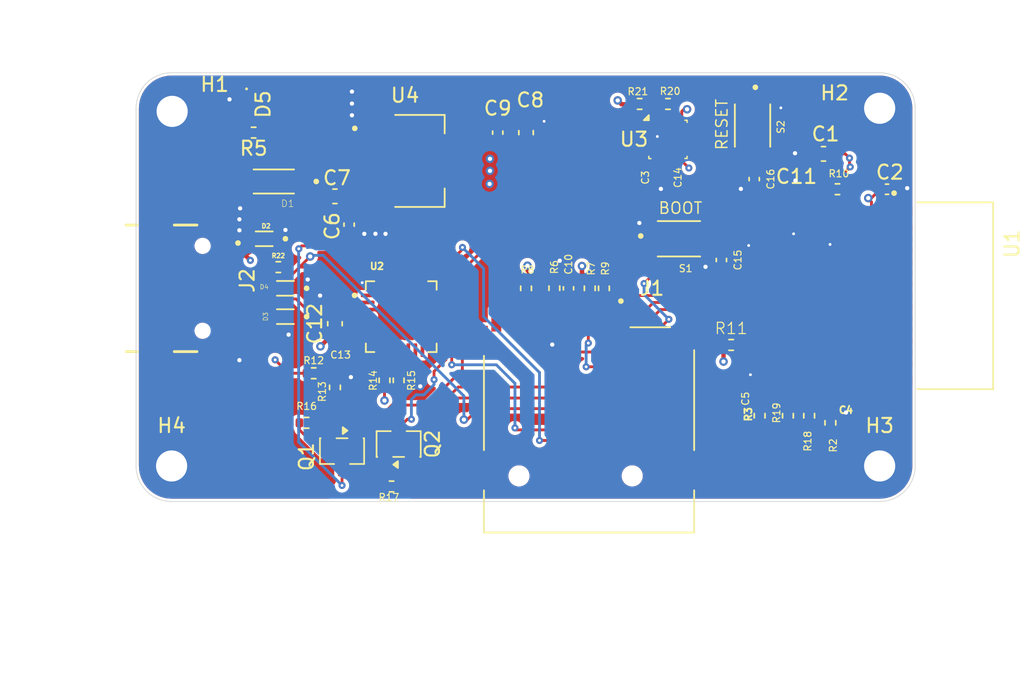
<source format=kicad_pcb>
(kicad_pcb (version 20241229) (generator "pcbnew") (generator_version "9.0")
  (title_block (title "${project_name}") (date "2025-11-27") (company "${company_name}"))
  (layers (0 "F.Cu" signal) (4 "In1.Cu" power "GND.Cu") (6 "In2.Cu" power "PWR.Cu") (2 "B.Cu" signal) (13 "F.Paste" user) (15 "B.Paste" user) (5 "F.SilkS" user "F.Silkscreen") (7 "B.SilkS" user "B.Silkscreen") (1 "F.Mask" user) (3 "B.Mask" user) (25 "Edge.Cuts" user))
  (property "company_name" "Lütismart Systems")
  (property "project_name" "MCU Datalogger")
  (property "revision" "1.0.1")
  (net 0 "")
  (net 1 "GND")
  (net 2 "VCC_3V3")
  (net 3 "GPIO19")
  (net 4 "VCC_5V")
  (net 5 "/CHIP_PU")
  (net 6 "/power_connections/VBUS_REF")
  (net 7 "Net-(D5-A)")
  (net 8 "COVER_GND")
  (net 12 "COVER_GND_1")
  (net 13 "/SPI_SCK")
  (net 14 "COVER_GND_2")
  (net 15 "/SPI_CSO_SD")
  (net 16 "/SPI_MOSI")
  (net 17 "/SPI_MISO")
  (net 18 "COVER_GND_3")
  (net 19 "VBUS")
  (net 20 "USB_DN")
  (net 21 "USB_DP")
  (net 22 "Net-(Q1-B)")
  (net 23 "RTS")
  (net 24 "/GPIO09")
  (net 25 "DTR")
  (net 26 "Net-(Q2-B)")
  (net 27 "/GPIO08")
  (net 28 "Net-(U2-~{RST})")
  (net 29 "Net-(U2-~{SUSPEND})")
  (net 30 "/SDA")
  (net 31 "Net-(U3-CSB)")
  (net 38 "U0RXD")
  (net 42 "U0TXD")
  (net 63 "GPIO18")
  (net 64 "Net-(J2-CC1)")
  (footprint "Resistor_SMD:R_0402_1005Metric" (layer "F.Cu") (at 207 101.99 -90)
    (property "Reference" "R6")
    (property "Value" "10k")
  )
  (footprint "Capacitor_SMD:C_0402_1005Metric" (layer "F.Cu") (at 218.8 100 -90)
    (property "Reference" "C15")
    (property "Value" "0.1uF")
  )
  (footprint "Capacitor_SMD:C_0201_0603Metric" (layer "F.Cu") (at 192 107.5)
    (property "Reference" "C13")
    (property "Value" "1u")
  )
  (footprint "Resistor_SMD:R_0402_1005Metric" (layer "F.Cu") (at 195.5 116)
    (property "Reference" "R17")
    (property "Value" "10k")
  )
  (footprint "MountingHole:MountingHole_2.2mm_M2_DIN965_Pad" (layer "F.Cu") (at 179.96 114.55)
    (property "Reference" "H4")
    (property "Value" "MountingHole_Pad")
  )
  (footprint "Resistor_SMD:R_0402_1005Metric" (layer "F.Cu") (at 195 108.5 -90)
    (property "Reference" "R14")
    (property "Value" "1k")
  )
  (footprint "Capacitor_SMD:C_0603_1608Metric" (layer "F.Cu") (at 191.5 95.5 180)
    (property "Reference" "C7")
    (property "Value" "10uF")
  )
  (footprint "Resistor_SMD:R_0402_1005Metric" (layer "F.Cu") (at 213.025 88.975)
    (property "Reference" "R21")
    (property "Value" "4k7")
  )
  (footprint "MountingHole:MountingHole_2.2mm_M2_DIN965_Pad" (layer "F.Cu") (at 180 89.5)
    (property "Reference" "H1")
    (property "Value" "MountingHole_Pad")
  )
  (footprint "Capacitor_SMD:C_0402_1005Metric" (layer "F.Cu") (at 221.12 94.285 -90)
    (property "Reference" "C16")
    (property "Value" "0.1uF")
  )
  (footprint "Resistor_SMD:R_0402_1005Metric" (layer "F.Cu") (at 215.025 88.975 180)
    (property "Reference" "R20")
    (property "Value" "4k7")
  )
  (footprint "Capacitor_SMD:C_0603_1608Metric" (layer "F.Cu") (at 205 91 90)
    (property "Reference" "C8")
    (property "Value" "10uF")
  )
  (footprint "MountingHole:MountingHole_2.2mm_M2_DIN965_Pad" (layer "F.Cu") (at 229.98 114.55)
    (property "Reference" "H3")
    (property "Value" "MountingHole_Pad")
  )
  (footprint "Resistor_SMD:R_0402_1005Metric" (layer "F.Cu") (at 190 108 180)
    (property "Reference" "R12")
    (property "Value" "22k1")
  )
  (footprint "Capacitor_SMD:C_0201_0603Metric" (layer "F.Cu") (at 225 95 180)
    (property "Reference" "C11")
    (property "Value" "1uF")
  )
  (footprint "Resistor_SMD:R_0402_1005Metric" (layer "F.Cu") (at 209.5 102 -90)
    (property "Reference" "R7")
    (property "Value" "10k")
  )
  (footprint "Resistor_SMD:R_0402_1005Metric" (layer "F.Cu") (at 187.5 100.5)
    (property "Reference" "R22")
    (property "Value" "5k1")
  )
  (footprint "Resistor_SMD:R_0402_1005Metric" (layer "F.Cu") (at 191.5 109 -90)
    (property "Reference" "R13")
    (property "Value" "47k5")
  )
  (footprint "Package_TO_SOT_SMD:SOT-23-3" (layer "F.Cu") (at 192 113.5 -90)
    (property "Reference" "Q1")
    (property "Value" "NPN")
  )
  (footprint "Capacitor_SMD:C_01005_0402Metric" (layer "F.Cu") (at 215.025 93.975 -90)
    (property "Reference" "C14")
    (property "Value" "100nF")
  )
  (footprint "B3U-1000P:SW_B3U-1000P" (layer "F.Cu") (at 215.8 98.5)
    (property "Reference" "S1")
    (property "Value" "B3U-1000P")
  )
  (footprint "Resistor_SMD:R_0402_1005Metric" (layer "F.Cu") (at 219.49 106)
    (property "Reference" "R11")
    (property "Value" "10k")
  )
  (footprint "LESD5D5.0CT1G:TVS_LESD5D5.0CT1G" (layer "F.Cu") (at 186.5 98.5 180)
    (property "Reference" "D2")
    (property "Value" "LESD5D5.0CT1G")
  )
  (footprint "TLV76133DCYR:VREG_TLV76133DCYR" (layer "F.Cu") (at 197.5 93)
    (property "Reference" "U4")
    (property "Value" "TLV76133DCYR")
  )
  (footprint "Capacitor_SMD:C_0402_1005Metric" (layer "F.Cu") (at 230.5 95)
    (property "Reference" "C2")
    (property "Value" "0.1uF")
  )
  (footprint "Capacitor_SMD:C_0402_1005Metric" (layer "F.Cu") (at 192.5 97.5 -90)
    (property "Reference" "C6")
    (property "Value" "0.1uF")
  )
  (footprint "B3U-1000P:SW_B3U-1000P" (layer "F.Cu") (at 221 90.5 -90)
    (property "Reference" "S2")
    (property "Value" "B3U-1000P")
  )
  (footprint "Capacitor_SMD:C_0402_1005Metric" (layer "F.Cu") (at 203 91 90)
    (property "Reference" "C9")
    (property "Value" "0.1uF")
  )
  (footprint "Capacitor_SMD:C_01005_0402Metric" (layer "F.Cu") (at 226.5 110)
    (property "Reference" "C4")
    (property "Value" "22pF")
  )
  (footprint "Resistor_SMD:R_0402_1005Metric" (layer "F.Cu") (at 227 95 180)
    (property "Reference" "R10")
    (property "Value" "10k")
  )
  (footprint "Capacitor_SMD:C_01005_0402Metric" (layer "F.Cu") (at 214.025 93.975 -90)
    (property "Reference" "C3")
    (property "Value" "100nF")
  )
  (footprint "Capacitor_SMD:C_01005_0402Metric" (layer "F.Cu") (at 220.5 109 180)
    (property "Reference" "C5")
    (property "Value" "22pF")
  )
  (footprint "Resistor_SMD:R_0402_1005Metric" (layer "F.Cu") (at 221.5 111 90)
    (property "Reference" "R3")
    (property "Value" "0")
  )
  (footprint "Resistor_SMD:R_0402_1005Metric" (layer "F.Cu") (at 185.755 91 180)
    (property "Reference" "R5")
    (property "Value" "5.1k")
  )
  (footprint "CP2102-GM:QFN50P500X500X100-29N" (layer "F.Cu") (at 196.1825 104)
    (property "Reference" "U2")
    (property "Value" "CP2102-GM")
  )
  (footprint "Resistor_SMD:R_0402_1005Metric" (layer "F.Cu") (at 189.5 111.5)
    (property "Reference" "R16")
    (property "Value" "10k")
  )
  (footprint "LESD5D5.0CT1G:TVS_LESD5D5.0CT1G" (layer "F.Cu") (at 188 104 180)
    (property "Reference" "D3")
    (property "Value" "LESD5D5.0CT1G")
  )
  (footprint "Resistor_SMD:R_0402_1005Metric" (layer "F.Cu") (at 223.5 111 -90)
    (property "Reference" "R19")
    (property "Value" "0")
  )
  (footprint "Capacitor_SMD:C_0603_1608Metric" (layer "F.Cu") (at 191.5 104.5 90)
    (property "Reference" "C12")
    (property "Value" "10u")
  )
  (footprint "Resistor_SMD:R_0402_1005Metric" (layer "F.Cu") (at 205 102 -90)
    (property "Reference" "R8")
    (property "Value" "10k")
  )
  (footprint "1N5819HW-7-F:SOD3715X145N" (layer "F.Cu") (at 187.18 94.4525 180)
    (property "Reference" "D1")
    (property "Value" "1N5819HW-7-F")
  )
  (footprint "Package_LGA:Bosch_LGA-8_2.5x2.5mm_P0.65mm_ClockwisePinNumbering" (layer "F.Cu") (at 215.025 91.475)
    (property "Reference" "U3")
    (property "Value" "BME280")
  )
  (footprint "ESP32-C3-MINI-1-N4:XCVR_ESP32-C3-MINI-1-N4" (layer "F.Cu") (at 229.7 102.525 -90)
    (property "Reference" "U1")
    (property "Value" "ESP32-C3-MINI-1-N4")
  )
  (footprint "MountingHole:MountingHole_2.2mm_M2_DIN965_Pad" (layer "F.Cu") (at 229.98 89.28)
    (property "Reference" "H2")
    (property "Value" "MountingHole_Pad")
  )
  (footprint "Resistor_SMD:R_0402_1005Metric" (layer "F.Cu") (at 210.5 102 -90)
    (property "Reference" "R9")
    (property "Value" "10k")
  )
  (footprint "USB4216-03-A_REVA:GCT_USB4216-03-A_REVA" (layer "F.Cu") (at 180 102 -90)
    (property "Reference" "J2")
    (property "Value" "USB4216-03-A_REVA")
  )
  (footprint "Resistor_SMD:R_0402_1005Metric" (layer "F.Cu") (at 196 108.5 -90)
    (property "Reference" "R15")
    (property "Value" "10k")
  )
  (footprint "LED_SMD:LED_0402_1005Metric" (layer "F.Cu") (at 185.255 89 -90)
    (property "Reference" "D5")
    (property "Value" "LED")
  )
  (footprint "MSD-1-A:CUI_MSD-1-A" (layer "F.Cu") (at 209.45 112)
    (property "Reference" "J1")
    (property "Value" "MSD-1-A")
  )
  (footprint "Resistor_SMD:R_0402_1005Metric" (layer "F.Cu") (at 226.5 111.5 90)
    (property "Reference" "R2")
    (property "Value" "0")
  )
  (footprint "Resistor_SMD:R_0402_1005Metric" (layer "F.Cu") (at 225 111 -90)
    (property "Reference" "R18")
    (property "Value" "0")
  )
  (footprint "Package_TO_SOT_SMD:SOT-23-3" (layer "F.Cu") (at 196 113 90)
    (property "Reference" "Q2")
    (property "Value" "NPN")
  )
  (footprint "Capacitor_SMD:C_0603_1608Metric" (layer "F.Cu") (at 226.0148 92.5 180)
    (property "Reference" "C1")
    (property "Value" "10uF")
  )
  (footprint "LESD5D5.0CT1G:TVS_LESD5D5.0CT1G" (layer "F.Cu") (at 188 102 180)
    (property "Reference" "D4")
    (property "Value" "LESD5D5.0CT1G")
  )
  (footprint "Capacitor_SMD:C_0402_1005Metric" (layer "F.Cu") (at 208 102 90)
    (property "Reference" "C10")
    (property "Value" "100n")
  )
  (gr_arc (start 232.49 114.55) (mid 231.754838 116.324838) (end 229.98 117.06) (stroke (width 0.05)) (layer "Edge.Cuts"))
  (gr_line (start 229.98 117.06) (end 179.96 117.06) (stroke (width 0.05)) (layer "Edge.Cuts"))
  (gr_line (start 232.49 114.55) (end 232.49 89.28) (stroke (width 0.05)) (layer "Edge.Cuts"))
  (gr_line (start 229.98 86.77) (end 179.96 86.77) (stroke (width 0.05)) (layer "Edge.Cuts"))
  (gr_arc (start 229.98 86.77) (mid 231.754838 87.505162) (end 232.49 89.28) (stroke (width 0.05)) (layer "Edge.Cuts"))
  (gr_arc (start 179.96 117.06) (mid 178.185162 116.324838) (end 177.45 114.55) (stroke (width 0.05)) (layer "Edge.Cuts"))
  (gr_line (start 177.45 114.55) (end 177.45 89.28) (stroke (width 0.05)) (layer "Edge.Cuts"))
  (gr_arc (start 177.45 89.28) (mid 178.185162 87.505162) (end 179.96 86.77) (stroke (width 0.05)) (layer "Edge.Cuts"))
  (gr_text "RESET" (at 219.3 92.3 90) (layer "F.SilkS") (effects (font (size 0.8 0.8) (thickness 0.1)) (justify left bottom)))
  (gr_text "BOOT" (at 214.3 96.8 0) (layer "F.SilkS") (effects (font (size 0.8 0.8) (thickness 0.1)) (justify left bottom)))
  (segment (start 225.025 100.55) (end 225.025 102.525) (width 0.2) (layer "F.Cu") (net 1))
  (segment (start 203 90.52) (end 204.705 90.52) (width 0.3048) (layer "F.Cu") (net 1))
  (segment (start 192.625 108.275) (end 192.625 107.805) (width 0.2032) (layer "F.Cu") (net 1))
  (segment (start 231.9 104.925) (end 229.4 104.925) (width 0.2032) (layer "F.Cu") (net 1))
  (segment (start 231.9 102.525) (end 228.975 102.525) (width 0.2032) (layer "F.Cu") (net 1))
  (segment (start 187.785 97.875) (end 187.16 98.5) (width 0.2032) (layer "F.Cu") (net 1))
  (segment (start 178.85 107.095) (end 182.775 107.095) (width 0.3048) (layer "F.Cu") (net 1))
  (segment (start 192.625 108.875) (end 192.625 108.275) (width 0.2032) (layer "F.Cu") (net 1))
  (segment (start 231.9 100.925) (end 231.9 100.125) (width 0.2032) (layer "F.Cu") (net 1))
  (segment (start 231.055 94.925) (end 230.98 95) (width 0.2) (layer "F.Cu") (net 1))
  (segment (start 206.2 105.325) (end 206.2 104.25) (width 0.3048) (layer "F.Cu") (net 1))
  (segment (start 224.6416 95) (end 224.028 94.3864) (width 0.2) (layer "F.Cu") (net 1))
  (segment (start 188.66 102) (end 188.95 102) (width 0.2) (layer "F.Cu") (net 1))
  (segment (start 231.9 105.725) (end 230.2 105.725) (width 0.2032) (layer "F.Cu") (net 1))
  (segment (start 226.7526 110.0026) (end 226.7526 110) (width 0.2032) (layer "F.Cu") (net 1))
  (segment (start 227 102.525) (end 228.975 102.525) (width 0.2) (layer "F.Cu") (net 1))
  (segment (start 192.5 102.691902) (end 192.5 102) (width 0.2) (layer "F.Cu") (net 1))
  (segment (start 191.5 109.51) (end 191.99 109.51) (width 0.2032) (layer "F.Cu") (net 1))
  (segment (start 213.6336 97.3836) (end 214.1 97.85) (width 0.2) (layer "F.Cu") (net 1))
  (segment (start 231.9 99.325) (end 230.2 99.325) (width 0.2032) (layer "F.Cu") (net 1))
  (segment (start 231 106.525) (end 228.975 104.5) (width 0.2032) (layer "F.Cu") (net 1))
  (segment (start 225.025 100.55) (end 227 100.55) (width 0.2) (layer "F.Cu") (net 1))
  (segment (start 223.25 95.5) (end 223 95.75) (width 0.2) (layer "F.Cu") (net 1))
  (segment (start 214.1 97.85) (end 214.1 98.5) (width 0.2) (layer "F.Cu") (net 1))
  (segment (start 231.8 97.725) (end 230.2 99.325) (width 0.2032) (layer "F.Cu") (net 1))
  (segment (start 188.225 105.275) (end 188.225 104.435) (width 0.3048) (layer "F.Cu") (net 1))
  (segment (start 231.8 107.325) (end 231 106.525) (width 0.2032) (layer "F.Cu") (net 1))
  (segment (start 184.53 96.905) (end 184.75 97.125) (width 0.3048) (layer "F.Cu") (net 1))
  (segment (start 182.775 96.905) (end 184.53 96.905) (width 0.3048) (layer "F.Cu") (net 1))
  (segment (start 229.4 104.925) (end 228.975 104.5) (width 0.2032) (layer "F.Cu") (net 1))
  (segment (start 193.8125 103.5) (end 193.308098 103.5) (width 0.2) (layer "F.Cu") (net 1))
  (segment (start 220.85 108.166176) (end 220.25 108.766176) (width 0.2) (layer "F.Cu") (net 1))
  (segment (start 192.5 102) (end 192.9 101.6) (width 0.2) (layer "F.Cu") (net 1))
  (segment (start 231.95 96.575) (end 231.95 97.675) (width 0.2032) (layer "F.Cu") (net 1))
  (segment (start 231 98.525) (end 228.975 100.55) (width 0.2032) (layer "F.Cu") (net 1))
  (segment (start 228.975 100.55) (end 227 100.55) (width 0.2) (layer "F.Cu") (net 1))
  (segment (start 182.795 107.075) (end 182.775 107.095) (width 0.2032) (layer "F.Cu") (net 1))
  (segment (start 217.678 100.48) (end 218.8 100.48) (width 0.2) (layer "F.Cu") (net 1))
  (segment (start 220.85 108.1024) (end 221.6774 108.1024) (width 0.2) (layer "F.Cu") (net 1))
  (segment (start 214.275 91.275) (end 214.7 91.7) (width 0.2) (layer "F.Cu") (net 1))
  (segment (start 206.275 90.2) (end 205.025 90.2) (width 0.3048) (layer "F.Cu") (net 1))
  (segment (start 193.308098 103.5) (end 192.5 102.691902) (width 0.2) (layer "F.Cu") (net 1))
  (segment (start 226.475 98.9) (end 226.475 100.025) (width 0.2) (layer "F.Cu") (net 1))
  (segment (start 225.025 104.5) (end 225.025 102.525) (width 0.2) (layer "F.Cu") (net 1))
  (segment (start 208 100.675) (end 208 101.52) (width 0.3048) (layer "F.Cu") (net 1))
  (segment (start 228.975 100.55) (end 228.975 102.525) (width 0.2) (layer "F.Cu") (net 1))
  (segment (start 231.9 106.525) (end 231 106.525) (width 0.2032) (layer "F.Cu") (net 1))
  (segment (start 193.8125 103.5) (end 195.6825 103.5) (width 0.2) (layer "F.Cu") (net 1))
  (segment (start 223 96.625) (end 223 97.25) (width 0.2) (layer "F.Cu") (net 1))
  (segment (start 194.6 90) (end 192.7 88.1) (width 0.3048) (layer "F.Cu") (net 1))
  (segment (start 229.4 100.125) (end 228.975 100.55) (width 0.2032) (layer "F.Cu") (net 1))
  (segment (start 231.95 108.475) (end 231.95 107.375) (width 0.2032) (layer "F.Cu") (net 1))
  (segment (start 214.525 94.975) (end 214.525 94.725) (width 0.3048) (layer "F.Cu") (net 1))
  (segment (start 178.85 96.905) (end 182.775 96.905) (width 0.3048) (layer "F.Cu") (net 1))
  (segment (start 215.025 94.475) (end 215.025 94.2784) (width 0.3048) (layer "F.Cu") (net 1))
  (segment (start 227 102.525) (end 227 104.5) (width 0.2) (layer "F.Cu") (net 1))
  (segment (start 231.9 101.725) (end 230.275 101.725) (width 0.2032) (layer "F.Cu") (net 1))
  (segment (start 231.9 100.125) (end 229.4 100.125) (width 0.2032) (layer "F.Cu") (net 1))
  (segment (start 224.68 95.32) (end 224.5 95.5) (width 0.2) (layer "F.Cu") (net 1))
  (segment (start 184.75 107.075) (end 182.795 107.075) (width 0.2032) (layer "F.Cu") (net 1))
  (segment (start 227 102.525) (end 225.025 102.525) (width 0.2) (layer "F.Cu") (net 1))
  (segment (start 220.725 98.975) (end 221.075 99.325) (width 0.2) (layer "F.Cu") (net 1))
  (segment (start 220.385 94.765) (end 220.175 94.975) (width 0.2) (layer "F.Cu") (net 1))
  (segment (start 192.7 88.95) (end 192.7 89.775) (width 0.3048) (layer "F.Cu") (net 1))
  (segment (start 188.01 97.885) (end 188.01 100.5) (width 0.2032) (layer "F.Cu") (net 1))
  (segment (start 228.975 104.5) (end 228.975 102.525) (width 0.2) (layer "F.Cu") (net 1))
  (segment (start 224 92.456) (end 225.1958 92.456) (width 0.2) (layer "F.Cu") (net 1))
  (segment (start 227.6 110.775) (end 227.525 110.775) (width 0.2032) (layer "F.Cu") (net 1))
  (segment (start 229.35 104.125) (end 228.975 104.5) (width 0.2032) (layer "F.Cu") (net 1))
  (segment (start 190.725 95.5) (end 190.725 96.205) (width 0.2032) (layer "F.Cu") (net 1))
  (segment (start 231.9 97.725) (end 231.8 97.725) (width 0.2032) (layer "F.Cu") (net 1))
  (segment (start 230.2 105.725) (end 228.975 104.5) (width 0.2032) (layer "F.Cu") (net 1))
  (segment (start 214.7 91.7) (end 214.7 92.5) (width 0.2) (layer "F.Cu") (net 1))
  (segment (start 192.9 101.6) (end 193.425 101.6) (width 0.2) (layer "F.Cu") (net 1))
  (segment (start 196 109.01) (end 197.44 109.01) (width 0.2032) (layer "F.Cu") (net 1))
  (segment (start 224.5 95.5) (end 223.25 95.5) (width 0.2) (layer "F.Cu") (net 1))
  (segment (start 223 95.75) (end 223 96.625) (width 0.2) (layer "F.Cu") (net 1))
  (segment (start 227 100.55) (end 227 102.525) (width 0.2) (layer "F.Cu") (net 1))
  (segment (start 222.05 96.575) (end 222.95 96.575) (width 0.2) (layer "F.Cu") (net 1))
  (segment (start 192.625 107.805) (end 192.32 107.5) (width 0.2032) (layer "F.Cu") (net 1))
  (segment (start 231.925 94.925) (end 231.055 94.925) (width 0.2) (layer "F.Cu") (net 1))
  (segment (start 184.75 97.9) (end 184.75 97.125) (width 0.3048) (layer "F.Cu") (net 1))
  (segment (start 221 88.8) (end 222.55 88.8) (width 0.2) (layer "F.Cu") (net 1))
  (segment (start 230.2 96.625) (end 231 96.625) (width 0.2032) (layer "F.Cu") (net 1))
  (segment (start 214.05 90.45) (end 214.05 91.05) (width 0.2) (layer "F.Cu") (net 1))
  (segment (start 192.5 97.98) (end 193.405 97.98) (width 0.2032) (layer "F.Cu") (net 1))
  (segment (start 194.3564 98.15) (end 194.3608 98.1456) (width 0.2032) (layer "F.Cu") (net 1))
  (segment (start 188 97.875) (end 187.785 97.875) (width 0.2032) (layer "F.Cu") (net 1))
  (segment (start 231.9 107.325) (end 231.8 107.325) (width 0.2032) (layer "F.Cu") (net 1))
  (segment (start 195.6825 103.5) (end 196.1825 104) (width 0.2) (layer "F.Cu") (net 1))
  (segment (start 193.575 98.15) (end 194.3564 98.15) (width 0.2032) (layer "F.Cu") (net 1))
  (segment (start 231 96.625) (end 231.9 96.625) (width 0.2032) (layer "F.Cu") (net 1))
  (segment (start 195.072 98.15) (end 194.3652 98.15) (width 0.2032) (layer "F.Cu") (net 1))
  (segment (start 206.85 105.975) (end 206.2 105.325) (width 0.3048) (layer "F.Cu") (net 1))
  (segment (start 190.4492 102.5144) (end 190.4492 102.6742) (width 0.2) (layer "F.Cu") (net 1))
  (segment (start 230.2 99.325) (end 228.975 100.55) (width 0.2032) (layer "F.Cu") (net 1))
  (segment (start 207.375 100.05) (end 208 100.675) (width 0.3048) (layer "F.Cu") (net 1))
  (segment (start 197.44 109.01) (end 197.525 108.925) (width 0.2032) (layer "F.Cu") (net 1))
  (segment (start 190.4492 102.6742) (end 191.5 103.725) (width 0.2) (layer "F.Cu") (net 1))
  (segment (start 220.85 108.1024) (end 220.85 108.166176) (width 0.2) (layer "F.Cu") (net 1))
  (segment (start 214.05 91.05) (end 214.25 91.25) (width 0.2) (layer "F.Cu") (net 1))
  (segment (start 231.9 103.325) (end 229.775 103.325) (width 0.2032) (layer "F.Cu") (net 1))
  (segment (start 185.12 88.65) (end 185.255 88.515) (width 0.2032) (layer "F.Cu") (net 1))
  (segment (start 184.75 96.4) (end 184.8 96.35) (width 0.3048) (layer "F.Cu") (net 1))
  (segment (start 227.525 110.775) (end 226.7526 110.0026) (width 0.2032) (layer "F.Cu") (net 1))
  (segment (start 222.55 88.8) (end 223 89.25) (width 0.2) (layer "F.Cu") (net 1))
  (segment (start 221.6774 108.1024) (end 222.05 108.475) (width 0.2) (layer "F.Cu") (net 1))
  (segment (start 228.975 104.5) (end 227 104.5) (width 0.2) (layer "F.Cu") (net 1))
  (segment (start 183.85 98.8) (end 184.75 97.9) (width 0.3048) (layer "F.Cu") (net 1))
  (segment (start 227 104.5) (end 225.025 104.5) (width 0.2) (layer "F.Cu") (net 1))
  (segment (start 214.0784 94.2784) (end 214.025 94.2784) (width 0.3048) (layer "F.Cu") (net 1))
  (segment (start 204.705 90.52) (end 205 90.225) (width 0.3048) (layer "F.Cu") (net 1))
  (segment (start 224.68 95) (end 224.6416 95) (width 0.2) (layer "F.Cu") (net 1))
  (segment (start 184.75 97.125) (end 184.75 96.4) (width 0.3048) (layer "F.Cu") (net 1))
  (segment (start 231.9 98.525) (end 231 98.525) (width 0.2032) (layer "F.Cu") (net 1))
  (segment (start 193.405 97.98) (end 193.575 98.15) (width 0.2032) (layer "F.Cu") (net 1))
  (segment (start 221.12 94.765) (end 220.385 94.765) (width 0.2) (layer "F.Cu") (net 1))
  (segment (start 192.7 88.1) (end 192.7 88.95) (width 0.3048) (layer "F.Cu") (net 1))
  (segment (start 224.68 95) (end 224.68 95.32) (width 0.2) (layer "F.Cu") (net 1))
  (segment (start 225.1958 92.456) (end 225.2398 92.5) (width 0.2) (layer "F.Cu") (net 1))
  (segment (start 222.95 96.575) (end 223 96.625) (width 0.2) (layer "F.Cu") (net 1))
  (segment (start 231.9 104.125) (end 229.35 104.125) (width 0.2032) (layer "F.Cu") (net 1))
  (segment (start 184.05 88.65) (end 185.12 88.65) (width 0.2032) (layer "F.Cu") (net 1))
  (segment (start 231.9 96.625) (end 231.95 96.575) (width 0.2032) (layer "F.Cu") (net 1))
  (segment (start 226.475 100.025) (end 227 100.55) (width 0.2) (layer "F.Cu") (net 1))
  (segment (start 229.475 102.525) (end 228.975 102.525) (width 0.2032) (layer "F.Cu") (net 1))
  (segment (start 214.525 94.725) (end 214.0784 94.2784) (width 0.3048) (layer "F.Cu") (net 1))
  (segment (start 191.99 109.51) (end 192.625 108.875) (width 0.2032) (layer "F.Cu") (net 1))
  (segment (start 231.95 107.375) (end 231.9 107.325) (width 0.2032) (layer "F.Cu") (net 1))
  (segment (start 220.25 108.766176) (end 220.25 109) (width 0.2) (layer "F.Cu") (net 1))
  (segment (start 221.075 99.325) (end 222.1 99.325) (width 0.2) (layer "F.Cu") (net 1))
  (segment (start 230.275 101.725) (end 229.475 102.525) (width 0.2032) (layer "F.Cu") (net 1))
  (segment (start 183.425 98.8) (end 183.85 98.8) (width 0.3048) (layer "F.Cu") (net 1))
  (segment (start 188 97.875) (end 188.01 97.885) (width 0.2032) (layer "F.Cu") (net 1))
  (segment (start 188.225 104.435) (end 188.66 104) (width 0.3048) (layer "F.Cu") (net 1))
  (segment (start 190.725 96.205) (end 192.5 97.98) (width 0.2032) (layer "F.Cu") (net 1))
  (segment (start 231.95 97.675) (end 231.9 97.725) (width 0.2032) (layer "F.Cu") (net 1))
  (segment (start 205.025 90.2) (end 205 90.225) (width 0.3048) (layer "F.Cu") (net 1))
  (segment (start 188.95 102) (end 189.575 101.375) (width 0.2) (layer "F.Cu") (net 1))
  (segment (start 213.0044 97.3836) (end 213.6336 97.3836) (width 0.2) (layer "F.Cu") (net 1))
  (segment (start 229.775 103.325) (end 228.975 102.525) (width 0.2032) (layer "F.Cu") (net 1))
  (segment (start 223 97.25) (end 223.9 98.15) (width 0.2) (layer "F.Cu") (net 1))
  (segment (start 194.6 90.7) (end 194.6 90) (width 0.3048) (layer "F.Cu") (net 1))
  (segment (start 214.525 94.975) (end 215.025 94.475) (width 0.3048) (layer "F.Cu") (net 1))
  (segment (start 194.3652 98.15) (end 194.3608 98.1456) (width 0.2032) (layer "F.Cu") (net 1))
  (via (at 197.525 108.925) (size 0.6) (drill 0.3) (layers "F.Cu" "B.Cu") (net 1))
  (via (at 220.175 94.975) (size 0.6) (drill 0.3) (layers "F.Cu" "B.Cu") (net 1))
  (via (at 184.75 97.9) (size 0.6) (drill 0.3) (layers "F.Cu" "B.Cu") (net 1))
  (via (at 188 97.875) (size 0.6) (drill 0.3) (layers "F.Cu" "B.Cu") (net 1))
  (via (at 184.05 88.65) (size 0.6) (drill 0.3) (layers "F.Cu" "B.Cu") (net 1))
  (via (at 220.725 98.975) (size 0.5) (drill 0.2) (layers "F.Cu" "B.Cu") (net 1))
  (via (at 184.75 107.075) (size 0.6) (drill 0.3) (layers "F.Cu" "B.Cu") (net 1))
  (via (at 206.275 90.2) (size 0.5) (drill 0.2) (layers "F.Cu" "B.Cu") (net 1))
  (via (at 193.575 98.15) (size 0.6) (drill 0.3) (layers "F.Cu" "B.Cu") (net 1))
  (via (at 192.7 88.1) (size 0.6) (drill 0.3) (layers "F.Cu" "B.Cu") (net 1))
  (via (at 206.85 105.975) (size 0.6) (drill 0.3) (layers "F.Cu" "B.Cu") (net 1))
  (via (at 214.275 91.275) (size 0.5) (drill 0.2) (layers "F.Cu" "B.Cu") (net 1))
  (via (at 226.475 98.9) (size 0.5) (drill 0.2) (layers "F.Cu" "B.Cu") (net 1))
  (via (at 192.625 108.275) (size 0.6) (drill 0.3) (layers "F.Cu" "B.Cu") (net 1))
  (via (at 207.375 100.05) (size 0.6) (drill 0.3) (layers "F.Cu" "B.Cu") (net 1))
  (via (at 214.525 94.975) (size 0.6) (drill 0.3) (layers "F.Cu" "B.Cu") (net 1))
  (via (at 192.7 88.95) (size 0.6) (drill 0.3) (layers "F.Cu" "B.Cu") (net 1))
  (via (at 193.425 101.6) (size 0.5) (drill 0.2) (layers "F.Cu" "B.Cu") (net 1))
  (via (at 224 92.456) (size 0.6) (drill 0.3) (layers "F.Cu" "B.Cu") (net 1))
  (via (at 220.85 108.1024) (size 0.5) (drill 0.2) (layers "F.Cu" "B.Cu") (net 1))
  (via (at 194.3608 98.1456) (size 0.6) (drill 0.3) (layers "F.Cu" "B.Cu") (net 1))
  (via (at 188.225 105.275) (size 0.6) (drill 0.3) (layers "F.Cu" "B.Cu") (net 1))
  (via (at 195.072 98.15) (size 0.6) (drill 0.3) (layers "F.Cu" "B.Cu") (net 1))
  (via (at 190.4492 102.5144) (size 0.6) (drill 0.3) (layers "F.Cu" "B.Cu") (net 1))
  (via (at 231.925 94.925) (size 0.6) (drill 0.3) (layers "F.Cu" "B.Cu") (net 1))
  (via (at 189.575 101.375) (size 0.6) (drill 0.3) (layers "F.Cu" "B.Cu") (net 1))
  (via (at 223.9 98.15) (size 0.5) (drill 0.2) (layers "F.Cu" "B.Cu") (net 1))
  (via (at 213.0044 97.3836) (size 0.6) (drill 0.3) (layers "F.Cu" "B.Cu") (net 1))
  (via (at 184.75 97.125) (size 0.6) (drill 0.3) (layers "F.Cu" "B.Cu") (net 1))
  (via (at 184.8 96.35) (size 0.6) (drill 0.3) (layers "F.Cu" "B.Cu") (net 1))
  (via (at 192.7 89.775) (size 0.6) (drill 0.3) (layers "F.Cu" "B.Cu") (net 1))
  (via (at 217.678 100.48) (size 0.6) (drill 0.3) (layers "F.Cu" "B.Cu") (net 1))
  (via (at 227.6 110.775) (size 0.6) (drill 0.3) (layers "F.Cu" "B.Cu") (net 1))
  (via (at 223 89.25) (size 0.5) (drill 0.2) (layers "F.Cu" "B.Cu") (net 1))
  (via (at 224.028 94.3864) (size 0.6) (drill 0.3) (layers "F.Cu" "B.Cu") (net 1))
  (segment (start 208.95 101.8) (end 208.95 100.425) (width 0.3048) (layer "F.Cu") (net 2))
  (segment (start 229.175 95.675) (end 229.4 95.9) (width 0.2) (layer "F.Cu") (net 2))
  (segment (start 191.725 105.5) (end 191.5 105.275) (width 0.3048) (layer "F.Cu") (net 2))
  (segment (start 199.25 94.15) (end 200.4 93) (width 0.3048) (layer "F.Cu") (net 2))
  (segment (start 208.27 102.48) (end 208.95 101.8) (width 0.3048) (layer "F.Cu") (net 2))
  (segment (start 215.025 93.725) (end 215.35 93.4) (width 0.2) (layer "F.Cu") (net 2))
  (segment (start 208.95 100.425) (end 208.95 100.94) (width 0.3048) (layer "F.Cu") (net 2))
  (segment (start 216 89.5) (end 216 90.45) (width 0.2) (layer "F.Cu") (net 2))
  (segment (start 229.395 95.625) (end 230.02 95) (width 0.2) (layer "F.Cu") (net 2))
  (segment (start 211.75 89) (end 212.25 89) (width 0.3048) (layer "F.Cu") (net 2))
  (segment (start 205.49 101) (end 206.52 101) (width 0.3048) (layer "F.Cu") (net 2))
  (segment (start 201.75 93) (end 202.45 93.7) (width 0.3048) (layer "F.Cu") (net 2))
  (segment (start 227.51 93.815) (end 227.9 93.425) (width 0.2) (layer "F.Cu") (net 2))
  (segment (start 199.25 94.5) (end 199.25 94.15) (width 0.3048) (layer "F.Cu") (net 2))
  (segment (start 202.45 92.85) (end 202.45 93.7) (width 0.3048) (layer "F.Cu") (net 2))
  (segment (start 226.7898 92.5) (end 227.55 92.5) (width 0.2) (layer "F.Cu") (net 2))
  (segment (start 229.175 95.625) (end 229.395 95.625) (width 0.2) (layer "F.Cu") (net 2))
  (segment (start 216 92.5) (end 215.35 92.5) (width 0.2) (layer "F.Cu") (net 2))
  (segment (start 203 91.48) (end 204.705 91.48) (width 0.3048) (layer "F.Cu") (net 2))
  (segment (start 227 96.25) (end 227.51 95.74) (width 0.2) (layer "F.Cu") (net 2))
  (segment (start 205.1 101.39) (end 205 101.49) (width 0.3048) (layer "F.Cu") (net 2))
  (segment (start 216.15 89.35) (end 216 89.5) (width 0.2) (layer "F.Cu") (net 2))
  (segment (start 200.4 93) (end 201.65 94.25) (width 0.3048) (layer "F.Cu") (net 2))
  (segment (start 191.775 105) (end 191.5 105.275) (width 0.3048) (layer "F.Cu") (net 2))
  (segment (start 218.95 106.03) (end 218.98 106) (width 0.3048) (layer "F.Cu") (net 2))
  (segment (start 208 102.48) (end 208.27 102.48) (width 0.3048) (layer "F.Cu") (net 2))
  (segment (start 209.5 101.49) (end 210.5 101.49) (width 0.3048) (layer "F.Cu") (net 2))
  (segment (start 211.475 88.725) (end 211.75 89) (width 0.3048) (layer "F.Cu") (net 2))
  (segment (start 227.55 92.5) (end 227.85 92.8) (width 0.2) (layer "F.Cu") (net 2))
  (segment (start 193.8125 105.5) (end 191.725 105.5) (width 0.3048) (layer "F.Cu") (net 2))
  (segment (start 208.4 102.88) (end 208.4 104.25) (width 0.3048) (layer "F.Cu") (net 2))
  (segment (start 215.025 93.725) (end 214.025 93.725) (width 0.2) (layer "F.Cu") (net 2))
  (segment (start 227 96.625) (end 227 96.25) (width 0.2) (layer "F.Cu") (net 2))
  (segment (start 214.025 92.525) (end 214.05 92.5) (width 0.2) (layer "F.Cu") (net 2))
  (segment (start 216 92.5) (end 216 93) (width 0.2) (layer "F.Cu") (net 2))
  (segment (start 227.585 94.925) (end 227.51 95) (width 0.2) (layer "F.Cu") (net 2))
  (segment (start 227.85 92.8) (end 227.85 93.375) (width 0.2) (layer "F.Cu") (net 2))
  (segment (start 202.45 94.6) (end 202.425 94.625) (width 0.3048) (layer "F.Cu") (net 2))
  (segment (start 208.95 100.94) (end 209.5 101.49) (width 0.3048) (layer "F.Cu") (net 2))
  (segment (start 218.95 107.175) (end 218.95 106.03) (width 0.3048) (layer "F.Cu") (net 2))
  (segment (start 227.51 95) (end 227.51 93.815) (width 0.2) (layer "F.Cu") (net 2))
  (segment (start 201.65 94.25) (end 202.45 94.25) (width 0.3048) (layer "F.Cu") (net 2))
  (segment (start 214.025 93.725) (end 214.025 92.525) (width 0.2) (layer "F.Cu") (net 2))
  (segment (start 196.85 95.25) (end 198.5 95.25) (width 0.3048) (layer "F.Cu") (net 2))
  (segment (start 216.375 89.35) (end 216.15 89.35) (width 0.2) (layer "F.Cu") (net 2))
  (segment (start 227.51 95.74) (end 227.51 95) (width 0.2) (layer "F.Cu") (net 2))
  (segment (start 208 102.48) (end 208.4 102.88) (width 0.3048) (layer "F.Cu") (net 2))
  (segment (start 229.4 95.9) (end 229.4 96.625) (width 0.2) (layer "F.Cu") (net 2))
  (segment (start 206.52 101) (end 207 101.48) (width 0.3048) (layer "F.Cu") (net 2))
  (segment (start 202.45 93.7) (end 202.45 94.25) (width 0.3048) (layer "F.Cu") (net 2))
  (segment (start 229.945 94.925) (end 230.02 95) (width 0.2) (layer "F.Cu") (net 2))
  (segment (start 203 91.48) (end 203 92.3) (width 0.3048) (layer "F.Cu") (net 2))
  (segment (start 194.6 93) (end 195.25 93) (width 0.3048) (layer "F.Cu") (net 2))
  (segment (start 216 93) (end 216.5 93.5) (width 0.2) (layer "F.Cu") (net 2))
  (segment (start 229.175 95.625) (end 229.175 95.675) (width 0.2) (layer "F.Cu") (net 2))
  (segment (start 191.5 105.275) (end 191.3 105.275) (width 0.3048) (layer "F.Cu") (net 2))
  (segment (start 205 101.49) (end 205.49 101) (width 0.3048) (layer "F.Cu") (net 2))
  (segment (start 195 109.925) (end 195 109.01) (width 0.2032) (layer "F.Cu") (net 2))
  (segment (start 204.705 91.48) (end 205 91.775) (width 0.3048) (layer "F.Cu") (net 2))
  (segment (start 191.3 105.275) (end 190.475 106.1) (width 0.3048) (layer "F.Cu") (net 2))
  (segment (start 205.1 100.4) (end 205.1 101.39) (width 0.3048) (layer "F.Cu") (net 2))
  (segment (start 198.5 95.25) (end 199.25 94.5) (width 0.3048) (layer "F.Cu") (net 2))
  (segment (start 200.4 93) (end 201.75 93) (width 0.3048) (layer "F.Cu") (net 2))
  (segment (start 215.35 93.4) (end 215.35 92.5) (width 0.2) (layer "F.Cu") (net 2))
  (segment (start 203 92.3) (end 202.45 92.85) (width 0.3048) (layer "F.Cu") (net 2))
  (segment (start 194.6 93) (end 196.85 95.25) (width 0.3048) (layer "F.Cu") (net 2))
  (segment (start 202.45 94.25) (end 202.45 94.6) (width 0.3048) (layer "F.Cu") (net 2))
  (segment (start 193.8125 105) (end 191.775 105) (width 0.3048) (layer "F.Cu") (net 2))
  (segment (start 227.85 93.375) (end 227.9 93.425) (width 0.2) (layer "F.Cu") (net 2))
  (via (at 202.45 93.7) (size 0.6) (drill 0.3) (layers "F.Cu" "B.Cu") (net 2))
  (via (at 229.175 95.625) (size 0.6) (drill 0.3) (layers "F.Cu" "B.Cu") (net 2))
  (via (at 216.5 93.5) (size 0.5) (drill 0.2) (layers "F.Cu" "B.Cu") (net 2))
  (via (at 208.95 100.425) (size 0.6) (drill 0.3) (layers "F.Cu" "B.Cu") (net 2))
  (via (at 205.1 100.4) (size 0.6) (drill 0.3) (layers "F.Cu" "B.Cu") (net 2))
  (via (at 227.9 93.425) (size 0.5) (drill 0.2) (layers "F.Cu" "B.Cu") (net 2))
  (via (at 216.375 89.35) (size 0.6) (drill 0.3) (layers "F.Cu" "B.Cu") (net 2))
  (via (at 190.475 106.1) (size 0.6) (drill 0.3) (layers "F.Cu" "B.Cu") (net 2))
  (via (at 218.95 107.175) (size 0.6) (drill 0.3) (layers "F.Cu" "B.Cu") (net 2))
  (via (at 211.475 88.725) (size 0.6) (drill 0.3) (layers "F.Cu" "B.Cu") (net 2))
  (via (at 227.85 92.8) (size 0.5) (drill 0.2) (layers "F.Cu" "B.Cu") (net 2))
  (via (at 195 109.925) (size 0.6) (drill 0.3) (layers "F.Cu" "B.Cu") (net 2))
  (via (at 202.425 94.625) (size 0.6) (drill 0.3) (layers "F.Cu" "B.Cu") (net 2))
  (via (at 202.45 92.85) (size 0.6) (drill 0.3) (layers "F.Cu" "B.Cu") (net 2))
  (segment (start 225 110.49) (end 225 109.75) (width 0.2) (layer "F.Cu") (net 3))
  (segment (start 225.4 110.49) (end 225.76 110.49) (width 0.2) (layer "F.Cu") (net 3))
  (segment (start 225 109.75) (end 224.6 109.35) (width 0.2) (layer "F.Cu") (net 3))
  (segment (start 225.9 110.99) (end 225.4 110.49) (width 0.2032) (layer "F.Cu") (net 3))
  (segment (start 224.6 109.35) (end 224.6 108.425) (width 0.2) (layer "F.Cu") (net 3))
  (segment (start 225 110.49) (end 225.4 110.49) (width 0.2) (layer "F.Cu") (net 3))
  (segment (start 226.5 110.99) (end 225.9 110.99) (width 0.2032) (layer "F.Cu") (net 3))
  (segment (start 225.76 110.49) (end 226.25 110) (width 0.2) (layer "F.Cu") (net 3))
  (segment (start 186.265 91.8575) (end 188.86 94.4525) (width 0.3048) (layer "F.Cu") (net 4))
  (segment (start 188.86 94.4525) (end 189.1235 94.189) (width 1.27) (layer "F.Cu") (net 4))
  (segment (start 192.5 95.725) (end 192.275 95.5) (width 0.2) (layer "F.Cu") (net 4))
  (segment (start 192.275 94.775) (end 192.275 95.5) (width 1.27) (layer "F.Cu") (net 4))
  (segment (start 186.265 91) (end 186.265 91.8575) (width 0.3048) (layer "F.Cu") (net 4))
  (segment (start 189.1235 94.189) (end 191.689 94.189) (width 1.27) (layer "F.Cu") (net 4))
  (segment (start 192.8 95.3) (end 192.275 94.775) (width 0.2032) (layer "F.Cu") (net 4))
  (segment (start 194.6 95.3) (end 192.475 95.3) (width 1.27) (layer "F.Cu") (net 4))
  (segment (start 192.475 95.3) (end 192.275 95.5) (width 1.27) (layer "F.Cu") (net 4))
  (segment (start 192.5 97.02) (end 192.5 95.725) (width 0.2) (layer "F.Cu") (net 4))
  (segment (start 191.689 94.189) (end 192.275 94.775) (width 1.27) (layer "F.Cu") (net 4))
  (segment (start 226.49 95) (end 225.82 95) (width 0.2) (layer "F.Cu") (net 5))
  (segment (start 212.75 96.5) (end 217.75 96.5) (width 0.2) (layer "F.Cu") (net 5))
  (segment (start 211 99.25) (end 212 98.25) (width 0.2) (layer "F.Cu") (net 5))
  (segment (start 221 93.685) (end 221.12 93.805) (width 0.2) (layer "F.Cu") (net 5))
  (segment (start 202 99.25) (end 211 99.25) (width 0.2) (layer "F.Cu") (net 5))
  (segment (start 200.5 100.75) (end 202 99.25) (width 0.2) (layer "F.Cu") (net 5))
  (segment (start 200.5 102) (end 200.5 100.75) (width 0.2) (layer "F.Cu") (net 5))
  (segment (start 220.445 93.805) (end 221.12 93.805) (width 0.2) (layer "F.Cu") (net 5))
  (segment (start 224.805 93.805) (end 225.32 94.32) (width 0.2) (layer "F.Cu") (net 5))
  (segment (start 225.32 94.32) (end 225.32 95.5) (width 0.2) (layer "F.Cu") (net 5))
  (segment (start 217.75 96.5) (end 220.445 93.805) (width 0.2) (layer "F.Cu") (net 5))
  (segment (start 200.5 107.75) (end 200.5 102) (width 0.2) (layer "F.Cu") (net 5))
  (segment (start 225.32 95.5) (end 225.32 96.545) (width 0.2) (layer "F.Cu") (net 5))
  (segment (start 225.32 96.545) (end 225.4 96.625) (width 0.2) (layer "F.Cu") (net 5))
  (segment (start 220.701 91.901) (end 221 92.2) (width 0.2) (layer "F.Cu") (net 5))
  (segment (start 221.12 93.805) (end 224.805 93.805) (width 0.2) (layer "F.Cu") (net 5))
  (segment (start 192.95 112.3625) (end 193.412443 112.3625) (width 0.2) (layer "F.Cu") (net 5))
  (segment (start 199.75 108.5) (end 200.5 107.75) (width 0.2) (layer "F.Cu") (net 5))
  (segment (start 225.82 95) (end 225.32 95.5) (width 0.2) (layer "F.Cu") (net 5))
  (segment (start 198 110.25) (end 199.75 108.5) (width 0.2) (layer "F.Cu") (net 5))
  (segment (start 212 98.25) (end 212 97.25) (width 0.2) (layer "F.Cu") (net 5))
  (segment (start 193.412443 112.3625) (end 195.524943 110.25) (width 0.2) (layer "F.Cu") (net 5))
  (segment (start 221 92.2) (end 221 93.685) (width 0.2) (layer "F.Cu") (net 5))
  (segment (start 212 97.25) (end 212.75 96.5) (width 0.2) (layer "F.Cu") (net 5))
  (segment (start 195.524943 110.25) (end 198 110.25) (width 0.2) (layer "F.Cu") (net 5))
  (segment (start 191.01 108) (end 191.01 108.0925) (width 0.2032) (layer "F.Cu") (net 6))
  (segment (start 191.68 107.5) (end 191.68 107.07) (width 0.2032) (layer "F.Cu") (net 6))
  (segment (start 194.3025 106.75) (end 194.6825 106.37) (width 0.2032) (layer "F.Cu") (net 6))
  (segment (start 190.51 108) (end 191.01 108) (width 0.2032) (layer "F.Cu") (net 6))
  (segment (start 191.01 107.82375) (end 191.01 108) (width 0.2032) (layer "F.Cu") (net 6))
  (segment (start 192 106.75) (end 194.3025 106.75) (width 0.2032) (layer "F.Cu") (net 6))
  (segment (start 191.68 107.07) (end 192 106.75) (width 0.2032) (layer "F.Cu") (net 6))
  (segment (start 191.01 108.0925) (end 191.4075 108.49) (width 0.2032) (layer "F.Cu") (net 6))
  (segment (start 191.4075 108.49) (end 191.5 108.49) (width 0.2032) (layer "F.Cu") (net 6))
  (segment (start 191.68 107.5) (end 191.33375 107.5) (width 0.2032) (layer "F.Cu") (net 6))
  (segment (start 191.33375 107.5) (end 191.01 107.82375) (width 0.2032) (layer "F.Cu") (net 6))
  (segment (start 185.245 89.495) (end 185.255 89.485) (width 0.2032) (layer "F.Cu") (net 7))
  (segment (start 185.245 91) (end 185.245 89.495) (width 0.2032) (layer "F.Cu") (net 7))
  (segment (start 223.5 103.325) (end 222.7 104.125) (width 0.2) (layer "F.Cu") (net 13))
  (segment (start 208.25 106.5) (end 207.3 105.55) (width 0.2) (layer "F.Cu") (net 13))
  (segment (start 223.5 99.325) (end 223.5 103.325) (width 0.2) (layer "F.Cu") (net 13))
  (segment (start 212.75 105) (end 211.25 106.5) (width 0.2) (layer "F.Cu") (net 13))
  (segment (start 222.7 104.125) (end 222.1 104.125) (width 0.2) (layer "F.Cu") (net 13))
  (segment (start 220.375 104.125) (end 219.25 103) (width 0.2) (layer "F.Cu") (net 13))
  (segment (start 219.25 103) (end 214 103) (width 0.2) (layer "F.Cu") (net 13))
  (segment (start 222.7 98.525) (end 223.5 99.325) (width 0.2) (layer "F.Cu") (net 13))
  (segment (start 214 103) (end 212.75 104.25) (width 0.2) (layer "F.Cu") (net 13))
  (segment (start 222.1 104.125) (end 220.375 104.125) (width 0.2) (layer "F.Cu") (net 13))
  (segment (start 207.3 105.55) (end 207.3 104.25) (width 0.2) (layer "F.Cu") (net 13))
  (segment (start 212.75 104.25) (end 212.75 105) (width 0.2) (layer "F.Cu") (net 13))
  (segment (start 207.3 103.3) (end 207.3 104.25) (width 0.3048) (layer "F.Cu") (net 13))
  (segment (start 222.1 98.525) (end 222.7 98.525) (width 0.2) (layer "F.Cu") (net 13))
  (segment (start 207 102.5) (end 207 103) (width 0.3048) (layer "F.Cu") (net 13))
  (segment (start 211.25 106.5) (end 208.25 106.5) (width 0.2) (layer "F.Cu") (net 13))
  (segment (start 207 103) (end 207.3 103.3) (width 0.3048) (layer "F.Cu") (net 13))
  (segment (start 210.5 104.15) (end 210.6 104.25) (width 0.2) (layer "F.Cu") (net 15))
  (segment (start 218.49 102.51) (end 220.075 100.925) (width 0.2) (layer "F.Cu") (net 15))
  (segment (start 210.5 102.51) (end 210.5 104.15) (width 0.2) (layer "F.Cu") (net 15))
  (segment (start 220.075 100.925) (end 222.1 100.925) (width 0.2) (layer "F.Cu") (net 15))
  (segment (start 210.5 102.51) (end 218.49 102.51) (width 0.2) (layer "F.Cu") (net 15))
  (segment (start 209.3976 105.8672) (end 209.3976 104.3524) (width 0.2) (layer "F.Cu") (net 16))
  (segment (start 213.5 104.5) (end 213.5 105) (width 0.2) (layer "F.Cu") (net 16))
  (segment (start 222.1 104.925) (end 220.425 104.925) (width 0.2) (layer "F.Cu") (net 16))
  (segment (start 213.5 105) (end 210.9564 107.5436) (width 0.2) (layer "F.Cu") (net 16))
  (segment (start 220.425 104.925) (end 219 103.5) (width 0.2) (layer "F.Cu") (net 16))
  (segment (start 210.9564 107.5436) (end 209.2452 107.5436) (width 0.2) (layer "F.Cu") (net 16))
  (segment (start 209.3976 104.3524) (end 209.5 104.25) (width 0.2) (layer "F.Cu") (net 16))
  (segment (start 214.5 103.5) (end 213.5 104.5) (width 0.2) (layer "F.Cu") (net 16))
  (segment (start 219 103.5) (end 214.5 103.5) (width 0.2) (layer "F.Cu") (net 16))
  (segment (start 209.5 102.51) (end 209.5 104.25) (width 0.2) (layer "F.Cu") (net 16))
  (via (at 209.3976 105.8672) (size 0.5) (drill 0.2) (layers "F.Cu" "B.Cu") (net 16))
  (via (at 209.2452 107.5436) (size 0.5) (drill 0.2) (layers "F.Cu" "B.Cu") (net 16))
  (segment (start 209.2452 106.0196) (end 209.3976 105.8672) (width 0.2) (layer "B.Cu") (net 16))
  (segment (start 209.2452 107.5436) (end 209.2452 106.0196) (width 0.2) (layer "B.Cu") (net 16))
  (segment (start 215.0872 104.1908) (end 211.028 108.25) (width 0.2) (layer "F.Cu") (net 17))
  (segment (start 218.8 99.52) (end 218.8 98.7) (width 0.2) (layer "F.Cu") (net 17))
  (segment (start 208.25 108.25) (end 205.1 105.1) (width 0.2) (layer "F.Cu") (net 17))
  (segment (start 216.5 98.5) (end 214.0125 100.9875) (width 0.2) (layer "F.Cu") (net 17))
  (segment (start 218.8 98.8) (end 218.5 98.5) (width 0.2) (layer "F.Cu") (net 17))
  (segment (start 213.25 101.75) (end 213.275 101.725) (width 0.2) (layer "F.Cu") (net 17))
  (segment (start 218.8 99.52) (end 218.8 98.8) (width 0.2) (layer "F.Cu") (net 17))
  (segment (start 214.0125 100.9875) (end 213.3375 101.6625) (width 0.2) (layer "F.Cu") (net 17))
  (segment (start 218.5 98.5) (end 217.5 98.5) (width 0.2) (layer "F.Cu") (net 17))
  (segment (start 205 102.51) (end 205 104.15) (width 0.3048) (layer "F.Cu") (net 17))
  (segment (start 217.5 98.5) (end 216.5 98.5) (width 0.2) (layer "F.Cu") (net 17))
  (segment (start 205 104.15) (end 205.1 104.25) (width 0.3048) (layer "F.Cu") (net 17))
  (segment (start 218.8 98.7) (end 219.775 97.725) (width 0.2) (layer "F.Cu") (net 17))
  (segment (start 219.775 97.725) (end 222.1 97.725) (width 0.2) (layer "F.Cu") (net 17))
  (segment (start 211.028 108.25) (end 208.25 108.25) (width 0.2) (layer "F.Cu") (net 17))
  (segment (start 205.1 105.1) (end 205.1 104.25) (width 0.2) (layer "F.Cu") (net 17))
  (segment (start 213.3375 101.6625) (end 213.25 101.75) (width 0.2) (layer "F.Cu") (net 17))
  (via (at 213.3375 101.6625) (size 0.5) (drill 0.2) (layers "F.Cu" "B.Cu") (net 17))
  (via (at 215.0872 104.1908) (size 0.5) (drill 0.2) (layers "F.Cu" "B.Cu") (net 17))
  (segment (start 213.3375 102.4411) (end 215.0872 104.1908) (width 0.2) (layer "B.Cu") (net 17))
  (segment (start 213.3375 101.6625) (end 213.3375 102.4411) (width 0.2) (layer "B.Cu") (net 17))
  (segment (start 185.5 94.4525) (end 186 94.9525) (width 1.27) (layer "F.Cu") (net 19))
  (segment (start 183.425 99.6) (end 184.74 99.6) (width 0.3048) (layer "F.Cu") (net 19))
  (segment (start 185.1 99.6) (end 185.5 100) (width 0.3048) (layer "F.Cu") (net 19))
  (segment (start 184.74 99.6) (end 185.1 99.6) (width 0.3048) (layer "F.Cu") (net 19))
  (segment (start 187.275 107.05) (end 188.225 108) (width 0.2032) (layer "F.Cu") (net 19))
  (segment (start 184.74 99.6) (end 185.84 98.5) (width 0.3048) (layer "F.Cu") (net 19))
  (segment (start 186 94.9525) (end 186 98.25) (width 1.27) (layer "F.Cu") (net 19))
  (segment (start 188.225 108) (end 189.49 108) (width 0.2032) (layer "F.Cu") (net 19))
  (via (at 185.525 100.025) (size 0.5) (drill 0.2) (layers "F.Cu" "B.Cu") (net 19))
  (via (at 187.275 107.05) (size 0.5) (drill 0.2) (layers "F.Cu" "B.Cu") (net 19))
  (segment (start 219 109.75) (end 217.75 109.75) (width 0.2032) (layer "F.Cu") (net 20))
  (segment (start 196.32934 116.621) (end 198.5023 114.44804) (width 0.2) (layer "F.Cu") (net 20))
  (segment (start 186.49 111.49) (end 191.621 116.621) (width 0.2) (layer "F.Cu") (net 20))
  (segment (start 200.0046 109.75) (end 217.75 109.75) (width 0.2) (layer "F.Cu") (net 20))
  (segment (start 185.4329 102.25) (end 185.9329 102.75) (width 0.2) (layer "F.Cu") (net 20))
  (segment (start 191.621 116.621) (end 196.32934 116.621) (width 0.2) (layer "F.Cu") (net 20))
  (segment (start 186.49 105.01) (end 186.49 111.49) (width 0.2) (layer "F.Cu") (net 20))
  (segment (start 187.34 103.09) (end 187.34 104) (width 0.2) (layer "F.Cu") (net 20))
  (segment (start 221.5 111.51) (end 220.76 111.51) (width 0.2032) (layer "F.Cu") (net 20))
  (segment (start 188.75 102.75) (end 190.5 104.5) (width 0.2) (layer "F.Cu") (net 20))
  (segment (start 185.9329 102.75) (end 187 102.75) (width 0.2) (layer "F.Cu") (net 20))
  (segment (start 187.34 104) (end 187.34 104.16) (width 0.2) (layer "F.Cu") (net 20))
  (segment (start 190.5 104.5) (end 193.8125 104.5) (width 0.2) (layer "F.Cu") (net 20))
  (segment (start 221.5 111.51) (end 223.5 111.51) (width 0.2032) (layer "F.Cu") (net 20))
  (segment (start 187.34 104.16) (end 186.49 105.01) (width 0.2) (layer "F.Cu") (net 20))
  (segment (start 198.5023 114.44804) (end 198.5023 111.2523) (width 0.2) (layer "F.Cu") (net 20))
  (segment (start 187 102.75) (end 187.34 103.09) (width 0.2) (layer "F.Cu") (net 20))
  (segment (start 187 102.75) (end 188.75 102.75) (width 0.2) (layer "F.Cu") (net 20))
  (segment (start 198.5023 111.2523) (end 200.0046 109.75) (width 0.2) (layer "F.Cu") (net 20))
  (segment (start 220.76 111.51) (end 219 109.75) (width 0.2032) (layer "F.Cu") (net 20))
  (segment (start 183.425 102.25) (end 185.4329 102.25) (width 0.2) (layer "F.Cu") (net 20))
  (segment (start 191 101.75) (end 191 101.759002) (width 0.2) (layer "F.Cu") (net 21))
  (segment (start 220.698 112.198) (end 224.552 112.198) (width 0.2) (layer "F.Cu") (net 21))
  (segment (start 193.240998 104) (end 193.8125 104) (width 0.2) (layer "F.Cu") (net 21))
  (segment (start 185.75 102) (end 187.34 102) (width 0.2) (layer "F.Cu") (net 21))
  (segment (start 190.5 100.825) (end 190.5 101.25) (width 0.2) (layer "F.Cu") (net 21))
  (segment (start 226.5 112.01) (end 225.5 112.01) (width 0.2032) (layer "F.Cu") (net 21))
  (segment (start 200.85 111.275) (end 201.625 110.5) (width 0.2) (layer "F.Cu") (net 21))
  (segment (start 224.552 112.198) (end 225 111.75) (width 0.2) (layer "F.Cu") (net 21))
  (segment (start 190.5 101.25) (end 191 101.75) (width 0.2) (layer "F.Cu") (net 21))
  (segment (start 189 100.5) (end 187.5 102) (width 0.2) (layer "F.Cu") (net 21))
  (segment (start 189.75 99.75) (end 189 100.5) (width 0.2) (layer "F.Cu") (net 21))
  (segment (start 219 110.5) (end 220.698 112.198) (width 0.2) (layer "F.Cu") (net 21))
  (segment (start 189 100.5) (end 190.175 100.5) (width 0.2) (layer "F.Cu") (net 21))
  (segment (start 225.5 112.01) (end 225 111.51) (width 0.2032) (layer "F.Cu") (net 21))
  (segment (start 183.425 101.75) (end 185.5 101.75) (width 0.2) (layer "F.Cu") (net 21))
  (segment (start 225 111.75) (end 225 111.51) (width 0.2) (layer "F.Cu") (net 21))
  (segment (start 200.6092 111.275) (end 200.85 111.275) (width 0.2) (layer "F.Cu") (net 21))
  (segment (start 191 101.759002) (end 193.240998 104) (width 0.2) (layer "F.Cu") (net 21))
  (segment (start 190.175 100.5) (end 190.5 100.825) (width 0.2) (layer "F.Cu") (net 21))
  (segment (start 187.5 102) (end 187.34 102) (width 0.2) (layer "F.Cu") (net 21))
  (segment (start 185.5 101.75) (end 185.75 102) (width 0.2) (layer "F.Cu") (net 21))
  (segment (start 201.625 110.5) (end 219 110.5) (width 0.2) (layer "F.Cu") (net 21))
  (via (at 200.6092 111.275) (size 0.6) (drill 0.3) (layers "F.Cu" "B.Cu") (net 21))
  (via (at 189.75 99.75) (size 0.6) (drill 0.3) (layers "F.Cu" "B.Cu") (net 21))
  (segment (start 190.6696 99.6696) (end 200.6092 109.6092) (width 0.2) (layer "B.Cu") (net 21))
  (segment (start 200.6092 109.6092) (end 200.6092 111.275) (width 0.2) (layer "B.Cu") (net 21))
  (segment (start 189.8304 99.6696) (end 190.6696 99.6696) (width 0.2) (layer "B.Cu") (net 21))
  (segment (start 189.75 99.75) (end 189.8304 99.6696) (width 0.2) (layer "B.Cu") (net 21))
  (segment (start 200.6092 111.275) (end 200.525 111.275) (width 0.2) (layer "B.Cu") (net 21))
  (segment (start 190.01 111.5) (end 190.1875 111.5) (width 0.3048) (layer "F.Cu") (net 22))
  (segment (start 190.1875 111.5) (end 191.05 112.3625) (width 0.3048) (layer "F.Cu") (net 22))
  (segment (start 194.6825 99.9325) (end 194.6825 101.63) (width 0.2) (layer "F.Cu") (net 23))
  (segment (start 188.944738 99.206642) (end 189.15138 99) (width 0.2) (layer "F.Cu") (net 23))
  (segment (start 192 115.9256) (end 192 114.6375) (width 0.2) (layer "F.Cu") (net 23))
  (segment (start 189.15138 99) (end 193.75 99) (width 0.2) (layer "F.Cu") (net 23))
  (segment (start 193.3625 116) (end 192 114.6375) (width 0.2) (layer "F.Cu") (net 23))
  (segment (start 193.75 99) (end 194.6825 99.9325) (width 0.2) (layer "F.Cu") (net 23))
  (segment (start 194.99 116) (end 193.3625 116) (width 0.2) (layer "F.Cu") (net 23))
  (via (at 188.944738 99.206642) (size 0.5) (drill 0.2) (layers "F.Cu" "B.Cu") (net 23))
  (via (at 192 115.9256) (size 0.5) (drill 0.2) (layers "F.Cu" "B.Cu") (net 23))
  (segment (start 188.9338 112.8594) (end 192 115.9256) (width 0.2) (layer "B.Cu") (net 23))
  (segment (start 188.944738 99.206642) (end 188.9338 99.21758) (width 0.2) (layer "B.Cu") (net 23))
  (segment (start 188.9338 99.21758) (end 188.9338 112.8594) (width 0.2) (layer "B.Cu") (net 23))
  (segment (start 220.25 107) (end 220.25 108) (width 0.2) (layer "F.Cu") (net 24))
  (segment (start 219.275 108.975) (end 200.2125 108.975) (width 0.2) (layer "F.Cu") (net 24))
  (segment (start 195.05 114.1375) (end 200.2125 108.975) (width 0.2) (layer "F.Cu") (net 24))
  (segment (start 220.725 106.525) (end 220.25 107) (width 0.2) (layer "F.Cu") (net 24))
  (segment (start 220.725 106.525) (end 222.1 106.525) (width 0.2) (layer "F.Cu") (net 24))
  (segment (start 220.25 108) (end 219.275 108.975) (width 0.2) (layer "F.Cu") (net 24))
  (segment (start 199.25 101.5) (end 199.3385 101.5885) (width 0.2) (layer "F.Cu") (net 25))
  (segment (start 196 111.8625) (end 196.6125 111.25) (width 0.2) (layer "F.Cu") (net 25))
  (segment (start 198.5 107.870768) (end 198.5 108.45) (width 0.2) (layer "F.Cu") (net 25))
  (segment (start 196.6125 111.25) (end 196.9 111.25) (width 0.2) (layer "F.Cu") (net 25))
  (segment (start 196.9 111.25) (end 197 111.25) (width 0.2) (layer "F.Cu") (net 25))
  (segment (start 196.6825 101.125598) (end 197.024548 100.78355) (width 0.2) (layer "F.Cu") (net 25))
  (segment (start 198.860384 107.510384) (end 198.5 107.870768) (width 0.2) (layer "F.Cu") (net 25))
  (segment (start 196.6825 101.63) (end 196.6825 101.125598) (width 0.2) (layer "F.Cu") (net 25))
  (segment (start 196 111.8625) (end 194.1885 113.674) (width 0.2) (layer "F.Cu") (net 25))
  (segment (start 198.53355 100.78355) (end 199.25 101.5) (width 0.2) (layer "F.Cu") (net 25))
  (segment (start 194.1885 113.674) (end 190.664 113.674) (width 0.2) (layer "F.Cu") (net 25))
  (segment (start 199.3385 101.5885) (end 199.3385 107.032268) (width 0.2) (layer "F.Cu") (net 25))
  (segment (start 188.99 112) (end 188.99 111.5) (width 0.2) (layer "F.Cu") (net 25))
  (segment (start 197.024548 100.78355) (end 198.53355 100.78355) (width 0.2) (layer "F.Cu") (net 25))
  (segment (start 190.664 113.674) (end 188.99 112) (width 0.2) (layer "F.Cu") (net 25))
  (segment (start 199.3385 107.032268) (end 198.860384 107.510384) (width 0.2) (layer "F.Cu") (net 25))
  (via (at 198.5 108.45) (size 0.5) (drill 0.2) (layers "F.Cu" "B.Cu") (net 25))
  (via (at 196.9 111.25) (size 0.5) (drill 0.2) (layers "F.Cu" "B.Cu") (net 25))
  (segment (start 197.773943 109.526) (end 197.276 109.526) (width 0.2) (layer "B.Cu") (net 25))
  (segment (start 197.276 109.526) (end 197.25 109.5) (width 0.2) (layer "B.Cu") (net 25))
  (segment (start 198.5 108.45) (end 198.5 108.799943) (width 0.2) (layer "B.Cu") (net 25))
  (segment (start 198.5 108.799943) (end 197.773943 109.526) (width 0.2) (layer "B.Cu") (net 25))
  (segment (start 197.25 109.5) (end 196.9 109.85) (width 0.2) (layer "B.Cu") (net 25))
  (segment (start 196.9 109.85) (end 196.9 111.25) (width 0.2) (layer "B.Cu") (net 25))
  (segment (start 196.01 116) (end 196.01 115.0775) (width 0.2) (layer "F.Cu") (net 26))
  (segment (start 196.01 115.0775) (end 196.95 114.1375) (width 0.2) (layer "F.Cu") (net 26))
  (segment (start 220.775 105.725) (end 222.1 105.725) (width 0.2) (layer "F.Cu") (net 27))
  (segment (start 220 106) (end 220.5 106) (width 0.2) (layer "F.Cu") (net 27))
  (segment (start 220.5 106) (end 220.775 105.725) (width 0.2) (layer "F.Cu") (net 27))
  (segment (start 195 107.99) (end 195.1825 107.8075) (width 0.2) (layer "F.Cu") (net 28))
  (segment (start 195.1825 107.8075) (end 195.1825 106.37) (width 0.2) (layer "F.Cu") (net 28))
  (segment (start 196 107.99) (end 196.1825 107.8075) (width 0.2) (layer "F.Cu") (net 29))
  (segment (start 196.1825 107.8075) (end 196.1825 106.37) (width 0.2) (layer "F.Cu") (net 29))
  (segment (start 215.535 88.975) (end 215.35 89.16) (width 0.2) (layer "F.Cu") (net 30))
  (segment (start 218 90.25) (end 222.75 90.25) (width 0.2) (layer "F.Cu") (net 30))
  (segment (start 227.8 96.625) (end 227.8 96.025) (width 0.2) (layer "F.Cu") (net 30))
  (segment (start 217.25 91.5) (end 217.75 91) (width 0.2) (layer "F.Cu") (net 30))
  (segment (start 227.8 96.025) (end 228.75 95.075) (width 0.2) (layer "F.Cu") (net 30))
  (segment (start 217.75 90.5) (end 218 90.25) (width 0.2) (layer "F.Cu") (net 30))
  (segment (start 215.35 90.45) (end 215.35 91.1) (width 0.2) (layer "F.Cu") (net 30))
  (segment (start 228.75 95.075) (end 228.75 91.5) (width 0.2) (layer "F.Cu") (net 30))
  (segment (start 217.75 91) (end 217.75 90.5) (width 0.2) (layer "F.Cu") (net 30))
  (segment (start 215.35 89.16) (end 215.35 90.45) (width 0.2) (layer "F.Cu") (net 30))
  (segment (start 227.8 96.625) (end 227.8 97.2) (width 0.2) (layer "F.Cu") (net 30))
  (segment (start 227.5 90.25) (end 222.75 90.25) (width 0.2) (layer "F.Cu") (net 30))
  (segment (start 215.35 91.1) (end 215.75 91.5) (width 0.2) (layer "F.Cu") (net 30))
  (segment (start 215.75 91.5) (end 217.25 91.5) (width 0.2) (layer "F.Cu") (net 30))
  (segment (start 228.75 91.5) (end 227.5 90.25) (width 0.2) (layer "F.Cu") (net 30))
  (segment (start 213.535 88.975) (end 214.515 88.975) (width 0.2) (layer "F.Cu") (net 31))
  (segment (start 214.515 88.975) (end 214.7 89.16) (width 0.2) (layer "F.Cu") (net 31))
  (segment (start 214.7 89.16) (end 214.7 90.45) (width 0.2) (layer "F.Cu") (net 31))
  (segment (start 199.75 107.4) (end 199.75 107.5) (width 0.2) (layer "F.Cu") (net 38))
  (segment (start 218.75 112) (end 204.3544 112) (width 0.2) (layer "F.Cu") (net 38))
  (segment (start 196.75 100.25) (end 199.25 100.25) (width 0.2) (layer "F.Cu") (net 38))
  (segment (start 199.25 100.25) (end 199.75 100.75) (width 0.2) (layer "F.Cu") (net 38))
  (segment (start 228.25 110.25) (end 228.25 111.5) (width 0.2) (layer "F.Cu") (net 38))
  (segment (start 196.1825 100.8175) (end 196.75 100.25) (width 0.2) (layer "F.Cu") (net 38))
  (segment (start 228.25 111.5) (end 225.75 114) (width 0.2) (layer "F.Cu") (net 38))
  (segment (start 227 109.25) (end 227.5 109.75) (width 0.2) (layer "F.Cu") (net 38))
  (segment (start 204.3544 112) (end 204.216 111.8616) (width 0.2) (layer "F.Cu") (net 38))
  (segment (start 225.75 114) (end 220.75 114) (width 0.2) (layer "F.Cu") (net 38))
  (segment (start 227.75 109.75) (end 228.25 110.25) (width 0.2) (layer "F.Cu") (net 38))
  (segment (start 220.75 114) (end 218.75 112) (width 0.2) (layer "F.Cu") (net 38))
  (segment (start 196.1825 101.63) (end 196.1825 100.8175) (width 0.2) (layer "F.Cu") (net 38))
  (segment (start 199.75 100.75) (end 199.75 107.4) (width 0.2) (layer "F.Cu") (net 38))
  (segment (start 227.5 109.75) (end 227.75 109.75) (width 0.2) (layer "F.Cu") (net 38))
  (segment (start 227 108.425) (end 227 109.25) (width 0.2) (layer "F.Cu") (net 38))
  (via (at 199.75 107.4) (size 0.5) (drill 0.2) (layers "F.Cu" "B.Cu") (net 38))
  (via (at 204.216 111.8616) (size 0.5) (drill 0.2) (layers "F.Cu" "B.Cu") (net 38))
  (segment (start 204.216 108.716) (end 204.216 111.8616) (width 0.2) (layer "B.Cu") (net 38))
  (segment (start 199.75 107.4) (end 202.9 107.4) (width 0.2) (layer "B.Cu") (net 38))
  (segment (start 202.9 107.4) (end 204.216 108.716) (width 0.2) (layer "B.Cu") (net 38))
  (segment (start 218.25 112.75) (end 205.95 112.75) (width 0.2) (layer "F.Cu") (net 42))
  (segment (start 195.6825 101.63) (end 195.6825 100.5675) (width 0.2) (layer "F.Cu") (net 42))
  (segment (start 228.651 111.6661) (end 225.5921 114.725) (width 0.2) (layer "F.Cu") (net 42))
  (segment (start 227.8 108.425) (end 227.8 109.3) (width 0.2) (layer "F.Cu") (net 42))
  (segment (start 227.8671 109.3) (end 228.651 110.0839) (width 0.2) (layer "F.Cu") (net 42))
  (segment (start 227.8 109.3) (end 227.8671 109.3) (width 0.2) (layer "F.Cu") (net 42))
  (segment (start 196.5 99.75) (end 200 99.75) (width 0.2) (layer "F.Cu") (net 42))
  (segment (start 200 99.75) (end 200.5076 99.2424) (width 0.2) (layer "F.Cu") (net 42))
  (segment (start 220.225 114.725) (end 218.25 112.75) (width 0.2) (layer "F.Cu") (net 42))
  (segment (start 225.5921 114.725) (end 220.225 114.725) (width 0.2) (layer "F.Cu") (net 42))
  (segment (start 195.6825 100.5675) (end 196.5 99.75) (width 0.2) (layer "F.Cu") (net 42))
  (segment (start 228.651 110.0839) (end 228.651 111.6661) (width 0.2) (layer "F.Cu") (net 42))
  (segment (start 200.5076 99.2424) (end 200.5076 99.1108) (width 0.2) (layer "F.Cu") (net 42))
  (via (at 200.5076 99.1108) (size 0.5) (drill 0.2) (layers "F.Cu" "B.Cu") (net 42))
  (via (at 205.95 112.75) (size 0.5) (drill 0.2) (layers "F.Cu" "B.Cu") (net 42))
  (segment (start 202 100.6032) (end 200.5076 99.1108) (width 0.2) (layer "B.Cu") (net 42))
  (segment (start 202 104) (end 202 100.6032) (width 0.2) (layer "B.Cu") (net 42))
  (segment (start 205.95 107.95) (end 202 104) (width 0.2) (layer "B.Cu") (net 42))
  (segment (start 205.95 112.75) (end 205.95 107.95) (width 0.2) (layer "B.Cu") (net 42))
  (segment (start 221.5 109.75) (end 220.7526 109.0026) (width 0.2032) (layer "F.Cu") (net 63))
  (segment (start 223.5 110.49) (end 223.5 110) (width 0.2) (layer "F.Cu") (net 63))
  (segment (start 221.5 110.49) (end 221.5 109.75) (width 0.2032) (layer "F.Cu") (net 63))
  (segment (start 221.5 110.49) (end 223.5 110.49) (width 0.2032) (layer "F.Cu") (net 63))
  (segment (start 223.5 110) (end 223.8 109.7) (width 0.2) (layer "F.Cu") (net 63))
  (segment (start 223.8 109.7) (end 223.8 108.425) (width 0.2) (layer "F.Cu") (net 63))
  (segment (start 183.425 100.75) (end 186.74 100.75) (width 0.2032) (layer "F.Cu") (net 64))
  (segment (start 186.74 100.75) (end 186.99 100.5) (width 0.2032) (layer "F.Cu") (net 64))
  (zone (net 2) (net_name "VCC_3V3") (layer "F.Cu") (priority 4) (connect_pads yes (clearance 0.5)) (min_thickness 0.25) (fill yes (thermal_gap 0.5) (thermal_bridge_width 0.5))
    (polygon (pts (xy 193.425 92) (xy 193.425 91.775) (xy 193.425 91.775) (xy 196.22 91.775) (xy 197.51 91.78) (xy 198.32 90.97) (xy 200.69 90.97) (xy 201.05 90.61) (xy 202.07 90.61) (xy 202.46 91) (xy 203.8 91) (xy 203.8 94.88) (xy 203.26 95.42) (xy 196.75 95.42) (xy 196.73 95.4) (xy 194.84 93.55) (xy 194.84 93.47) (xy 193.45 93.5) (xy 193.43 93.49) (xy 193.425 92.015)))
  )
  (zone (net 1) (net_name "GND") (layer "F.Cu") (priority 2) (connect_pads yes (clearance 0.25)) (min_thickness 0.25) (fill yes (thermal_gap 0.5) (thermal_bridge_width 0.5))
    (polygon (pts (xy 171.075 83.725) (xy 171.06 126.92) (xy 237.42 126.92) (xy 238 126.34) (xy 238 83.72) (xy 171.075002 83.72) (xy 171.075002 83.719241) (xy 171.075 83.725)))
  )
  (zone (net 19) (net_name "VBUS") (layer "F.Cu") (priority 3) (connect_pads yes (clearance 0.25)) (min_thickness 0.25) (fill yes (thermal_gap 0.5) (thermal_bridge_width 0.5))
    (polygon (pts (xy 184.32 99.19) (xy 184.66 99.19) (xy 184.9 98.95) (xy 184.9 98.69) (xy 185.2 98.425) (xy 185.35 98.325) (xy 185.6 98.15) (xy 186.45 98.65) (xy 186.45 99.033663) (xy 184.590263 100.14) (xy 184.24 100.14) (xy 184.09 99.99) (xy 184.09 99.98) (xy 184.02 99.91) (xy 184 99.91) (xy 184 99.3) (xy 184.08 99.22) (xy 184.29 99.22)))
  )
  (zone (net 1) (net_name "GND") (layer "B.Cu") (priority 2) (connect_pads yes (clearance 0.25)) (min_thickness 0.25) (fill yes (thermal_gap 0.5) (thermal_bridge_width 0.5))
    (polygon (pts (xy 167.853972 83.120601) (xy 167.837608 130.25) (xy 238.8985 130.25) (xy 240.1785 128.97) (xy 240.1785 81.85) (xy 170.279148 81.85) (xy 170.279148 82.025039) (xy 170.279288 81.631475)))
  )
)
</source>
